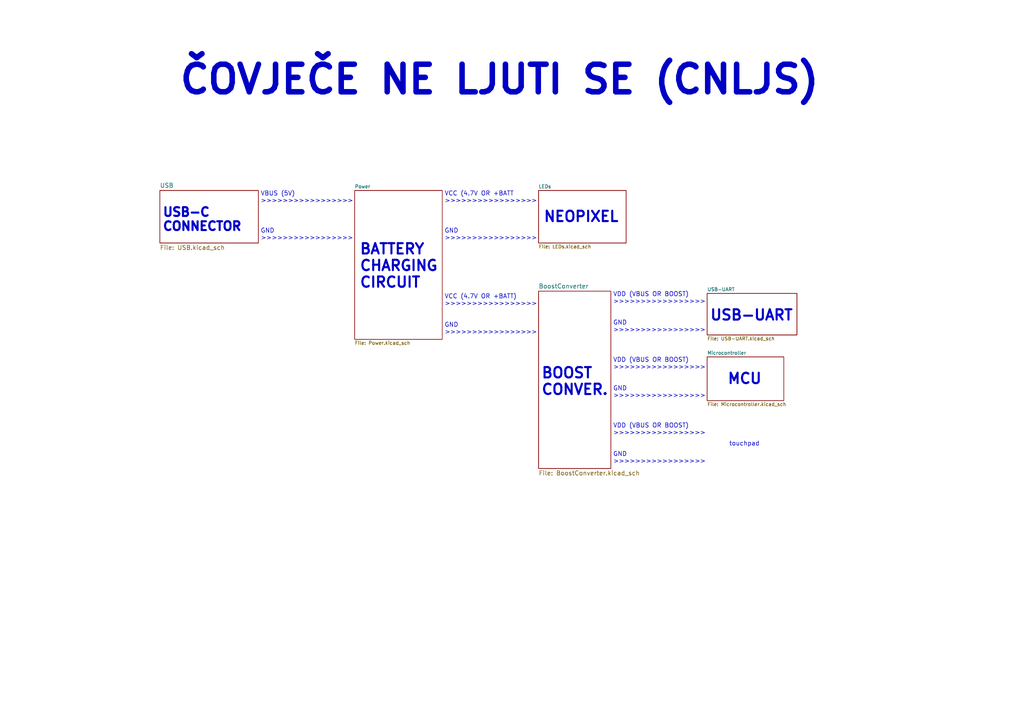
<source format=kicad_sch>
(kicad_sch (version 20211123) (generator eeschema)
  (paper "A4")
  (title_block (title "CNLJS") (date "2021-12-22") (rev "v0.01") (company "Josip&Zvonimir"))
  (lib_symbols)
  (text "GND\n>>>>>>>>>>>>>>>>>" (at 177.8 134.62 0) (effects (font (size 1.27 1.27)) (justify left bottom)))
  (text "USB-C\nCONNECTOR" (at 46.99 67.31 0) (effects (font (size 2.54 2.54) (thickness 0.5994) bold) (justify left bottom)))
  (text "NEOPIXEL" (at 157.48 64.77 0) (effects (font (size 2.9972 2.9972) (thickness 0.5994) bold) (justify left bottom)))
  (text "VCC (4.7V OR +BATT)\n>>>>>>>>>>>>>>>>>" (at 128.905 88.9 0) (effects (font (size 1.27 1.27)) (justify left bottom)))
  (text "USB-UART" (at 205.74 93.345 0) (effects (font (size 2.9972 2.9972) (thickness 0.5994) bold) (justify left bottom)))
  (text "GND\n>>>>>>>>>>>>>>>>>" (at 128.905 97.155 0) (effects (font (size 1.27 1.27)) (justify left bottom)))
  (text "GND\n>>>>>>>>>>>>>>>>>" (at 177.8 96.52 0) (effects (font (size 1.27 1.27)) (justify left bottom)))
  (text "VBUS (5V)\n>>>>>>>>>>>>>>>>>" (at 75.565 59.055 0) (effects (font (size 1.27 1.27)) (justify left bottom)))
  (text "BATTERY\nCHARGING\nCIRCUIT" (at 104.14 83.82 0) (effects (font (size 2.9972 2.9972) (thickness 0.5994) bold) (justify left bottom)))
  (text "ČOVJEČE NE LJUTI SE (CNLJS)" (at 51.435 27.94 0) (effects (font (size 8.001 8.001) (thickness 1.6002) bold) (justify left bottom)))
  (text "VDD (VBUS OR BOOST)\n>>>>>>>>>>>>>>>>>" (at 177.8 88.265 0) (effects (font (size 1.27 1.27)) (justify left bottom)))
  (text "VDD (VBUS OR BOOST)\n>>>>>>>>>>>>>>>>>" (at 177.8 126.365 0) (effects (font (size 1.27 1.27)) (justify left bottom)))
  (text "touchpad" (at 211.455 129.54 0) (effects (font (size 1.27 1.27)) (justify left bottom)))
  (text "VCC (4.7V OR +BATT\n>>>>>>>>>>>>>>>>>" (at 128.905 59.055 0) (effects (font (size 1.27 1.27)) (justify left bottom)))
  (text "VDD (VBUS OR BOOST)\n>>>>>>>>>>>>>>>>>" (at 177.8 107.315 0) (effects (font (size 1.27 1.27)) (justify left bottom)))
  (text "MCU" (at 210.82 111.76 0) (effects (font (size 2.9972 2.9972) (thickness 0.5994) bold) (justify left bottom)))
  (text "BOOST\nCONVER." (at 156.845 114.935 0) (effects (font (size 2.9972 2.9972) (thickness 0.5994) bold) (justify left bottom)))
  (text "GND\n>>>>>>>>>>>>>>>>>" (at 75.565 69.85 0) (effects (font (size 1.27 1.27)) (justify left bottom)))
  (text "GND\n>>>>>>>>>>>>>>>>>" (at 128.905 69.85 0) (effects (font (size 1.27 1.27)) (justify left bottom)))
  (text "GND\n>>>>>>>>>>>>>>>>>" (at 177.8 115.57 0) (effects (font (size 1.27 1.27)) (justify left bottom)))
  (sheet (at 102.87 55.245) (size 25.4 43.18)
    (property "Sheet name" "Power" (at 102.87 54.6731 0) (effects (font (size 0.9906 0.9906)) (justify left bottom)))
    (property "Sheet file" "Power.kicad_sch" (at 102.87 98.8978 0) (effects (font (size 0.9906 0.9906)) (justify left top)))
  )
  (sheet (at 205.105 103.505) (size 22.225 12.7)
    (property "Sheet name" "Microcontroller" (at 205.105 102.9331 0) (effects (font (size 0.9906 0.9906)) (justify left bottom)))
    (property "Sheet file" "Microcontroller.kicad_sch" (at 205.105 116.6778 0) (effects (font (size 0.9906 0.9906)) (justify left top)))
  )
  (sheet (at 156.21 55.245) (size 25.4 15.24)
    (property "Sheet name" "LEDs" (at 156.21 54.6731 0) (effects (font (size 0.9906 0.9906)) (justify left bottom)))
    (property "Sheet file" "LEDs.kicad_sch" (at 156.21 70.9578 0) (effects (font (size 0.9906 0.9906)) (justify left top)))
  )
  (sheet (at 205.105 85.09) (size 26.035 12.065)
    (property "Sheet name" "USB-UART" (at 205.105 84.5181 0) (effects (font (size 0.9906 0.9906)) (justify left bottom)))
    (property "Sheet file" "USB-UART.kicad_sch" (at 205.105 97.6278 0) (effects (font (size 0.9906 0.9906)) (justify left top)))
  )
  (sheet (at 46.355 55.245) (size 28.575 15.24)
    (property "Sheet name" "USB" (at 46.355 54.5334 0) (effects (justify left bottom)))
    (property "Sheet file" "USB.kicad_sch" (at 46.355 71.0696 0) (effects (justify left top)))
  )
  (sheet (at 156.21 84.455) (size 20.955 51.435)
    (property "Sheet name" "BoostConverter" (at 156.21 83.7434 0) (effects (justify left bottom)))
    (property "Sheet file" "BoostConverter.kicad_sch" (at 156.21 136.4746 0) (effects (justify left top)))
  )
)
</source>
